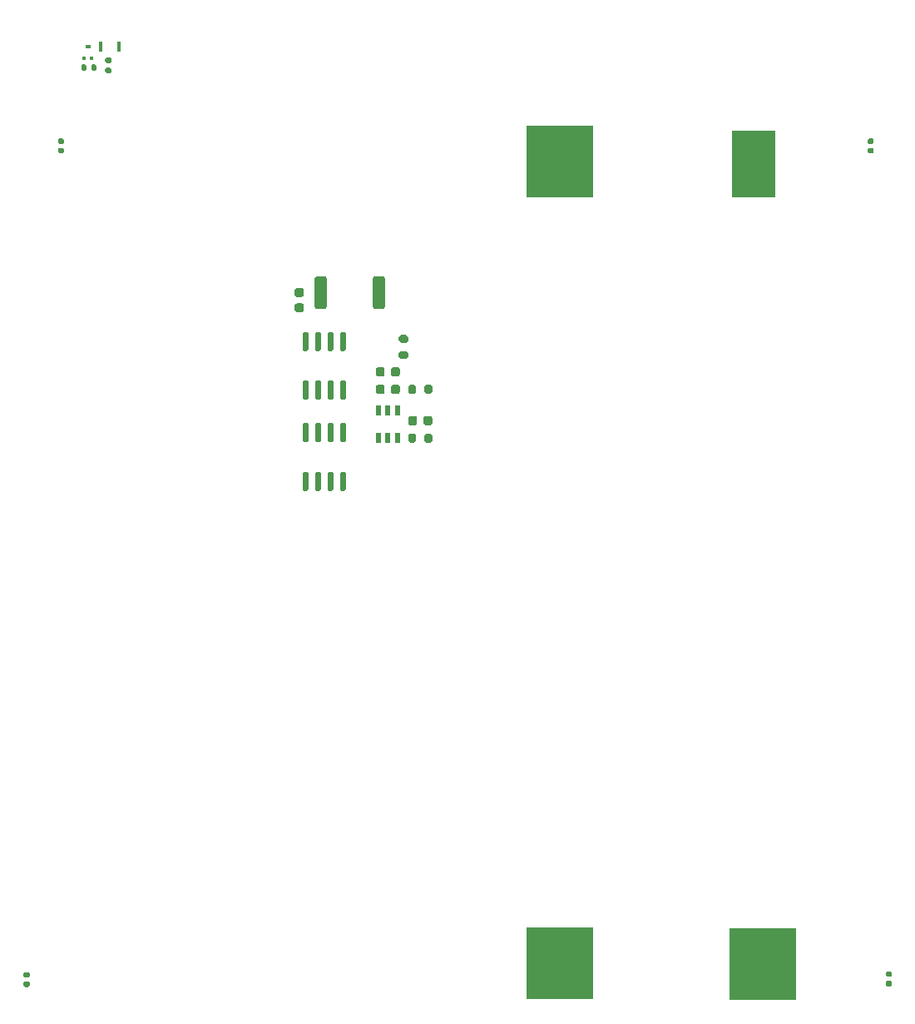
<source format=gtp>
%TF.GenerationSoftware,KiCad,Pcbnew,(5.1.10)-1*%
%TF.CreationDate,2021-11-16T14:43:47-05:00*%
%TF.ProjectId,batteryboard,62617474-6572-4796-926f-6172642e6b69,rev?*%
%TF.SameCoordinates,Original*%
%TF.FileFunction,Paste,Top*%
%TF.FilePolarity,Positive*%
%FSLAX46Y46*%
G04 Gerber Fmt 4.6, Leading zero omitted, Abs format (unit mm)*
G04 Created by KiCad (PCBNEW (5.1.10)-1) date 2021-11-16 14:43:47*
%MOMM*%
%LPD*%
G01*
G04 APERTURE LIST*
%ADD10R,6.800000X7.300000*%
%ADD11R,4.500000X6.800000*%
%ADD12R,0.500000X0.450000*%
%ADD13R,0.400000X0.450000*%
%ADD14R,0.370000X1.000000*%
%ADD15R,0.600000X1.000000*%
G04 APERTURE END LIST*
D10*
X108623100Y-136799700D03*
X108623100Y-55249700D03*
X129273300Y-136825100D03*
D11*
X128348300Y-55525100D03*
G36*
G01*
X60920600Y-45879600D02*
X60920600Y-45509600D01*
G75*
G02*
X61055600Y-45374600I135000J0D01*
G01*
X61325600Y-45374600D01*
G75*
G02*
X61460600Y-45509600I0J-135000D01*
G01*
X61460600Y-45879600D01*
G75*
G02*
X61325600Y-46014600I-135000J0D01*
G01*
X61055600Y-46014600D01*
G75*
G02*
X60920600Y-45879600I0J135000D01*
G01*
G37*
G36*
G01*
X59900600Y-45879600D02*
X59900600Y-45509600D01*
G75*
G02*
X60035600Y-45374600I135000J0D01*
G01*
X60305600Y-45374600D01*
G75*
G02*
X60440600Y-45509600I0J-135000D01*
G01*
X60440600Y-45879600D01*
G75*
G02*
X60305600Y-46014600I-135000J0D01*
G01*
X60035600Y-46014600D01*
G75*
G02*
X59900600Y-45879600I0J135000D01*
G01*
G37*
G36*
G01*
X62846800Y-45226000D02*
X62476800Y-45226000D01*
G75*
G02*
X62341800Y-45091000I0J135000D01*
G01*
X62341800Y-44821000D01*
G75*
G02*
X62476800Y-44686000I135000J0D01*
G01*
X62846800Y-44686000D01*
G75*
G02*
X62981800Y-44821000I0J-135000D01*
G01*
X62981800Y-45091000D01*
G75*
G02*
X62846800Y-45226000I-135000J0D01*
G01*
G37*
G36*
G01*
X62846800Y-46246000D02*
X62476800Y-46246000D01*
G75*
G02*
X62341800Y-46111000I0J135000D01*
G01*
X62341800Y-45841000D01*
G75*
G02*
X62476800Y-45706000I135000J0D01*
G01*
X62846800Y-45706000D01*
G75*
G02*
X62981800Y-45841000I0J-135000D01*
G01*
X62981800Y-46111000D01*
G75*
G02*
X62846800Y-46246000I-135000J0D01*
G01*
G37*
D12*
X60579000Y-43595600D03*
D13*
X60979000Y-44745600D03*
X60179000Y-44745600D03*
D14*
X63722178Y-43591480D03*
X61862178Y-43591480D03*
G36*
G01*
X54186000Y-138630000D02*
X54526000Y-138630000D01*
G75*
G02*
X54666000Y-138770000I0J-140000D01*
G01*
X54666000Y-139050000D01*
G75*
G02*
X54526000Y-139190000I-140000J0D01*
G01*
X54186000Y-139190000D01*
G75*
G02*
X54046000Y-139050000I0J140000D01*
G01*
X54046000Y-138770000D01*
G75*
G02*
X54186000Y-138630000I140000J0D01*
G01*
G37*
G36*
G01*
X54186000Y-137670000D02*
X54526000Y-137670000D01*
G75*
G02*
X54666000Y-137810000I0J-140000D01*
G01*
X54666000Y-138090000D01*
G75*
G02*
X54526000Y-138230000I-140000J0D01*
G01*
X54186000Y-138230000D01*
G75*
G02*
X54046000Y-138090000I0J140000D01*
G01*
X54046000Y-137810000D01*
G75*
G02*
X54186000Y-137670000I140000J0D01*
G01*
G37*
G36*
G01*
X141943000Y-138566500D02*
X142283000Y-138566500D01*
G75*
G02*
X142423000Y-138706500I0J-140000D01*
G01*
X142423000Y-138986500D01*
G75*
G02*
X142283000Y-139126500I-140000J0D01*
G01*
X141943000Y-139126500D01*
G75*
G02*
X141803000Y-138986500I0J140000D01*
G01*
X141803000Y-138706500D01*
G75*
G02*
X141943000Y-138566500I140000J0D01*
G01*
G37*
G36*
G01*
X141943000Y-137606500D02*
X142283000Y-137606500D01*
G75*
G02*
X142423000Y-137746500I0J-140000D01*
G01*
X142423000Y-138026500D01*
G75*
G02*
X142283000Y-138166500I-140000J0D01*
G01*
X141943000Y-138166500D01*
G75*
G02*
X141803000Y-138026500I0J140000D01*
G01*
X141803000Y-137746500D01*
G75*
G02*
X141943000Y-137606500I140000J0D01*
G01*
G37*
G36*
G01*
X140441500Y-53457500D02*
X140101500Y-53457500D01*
G75*
G02*
X139961500Y-53317500I0J140000D01*
G01*
X139961500Y-53037500D01*
G75*
G02*
X140101500Y-52897500I140000J0D01*
G01*
X140441500Y-52897500D01*
G75*
G02*
X140581500Y-53037500I0J-140000D01*
G01*
X140581500Y-53317500D01*
G75*
G02*
X140441500Y-53457500I-140000J0D01*
G01*
G37*
G36*
G01*
X140441500Y-54417500D02*
X140101500Y-54417500D01*
G75*
G02*
X139961500Y-54277500I0J140000D01*
G01*
X139961500Y-53997500D01*
G75*
G02*
X140101500Y-53857500I140000J0D01*
G01*
X140441500Y-53857500D01*
G75*
G02*
X140581500Y-53997500I0J-140000D01*
G01*
X140581500Y-54277500D01*
G75*
G02*
X140441500Y-54417500I-140000J0D01*
G01*
G37*
G36*
G01*
X58018500Y-53457500D02*
X57678500Y-53457500D01*
G75*
G02*
X57538500Y-53317500I0J140000D01*
G01*
X57538500Y-53037500D01*
G75*
G02*
X57678500Y-52897500I140000J0D01*
G01*
X58018500Y-52897500D01*
G75*
G02*
X58158500Y-53037500I0J-140000D01*
G01*
X58158500Y-53317500D01*
G75*
G02*
X58018500Y-53457500I-140000J0D01*
G01*
G37*
G36*
G01*
X58018500Y-54417500D02*
X57678500Y-54417500D01*
G75*
G02*
X57538500Y-54277500I0J140000D01*
G01*
X57538500Y-53997500D01*
G75*
G02*
X57678500Y-53857500I140000J0D01*
G01*
X58018500Y-53857500D01*
G75*
G02*
X58158500Y-53997500I0J-140000D01*
G01*
X58158500Y-54277500D01*
G75*
G02*
X58018500Y-54417500I-140000J0D01*
G01*
G37*
G36*
G01*
X81855500Y-69667000D02*
X82355500Y-69667000D01*
G75*
G02*
X82580500Y-69892000I0J-225000D01*
G01*
X82580500Y-70342000D01*
G75*
G02*
X82355500Y-70567000I-225000J0D01*
G01*
X81855500Y-70567000D01*
G75*
G02*
X81630500Y-70342000I0J225000D01*
G01*
X81630500Y-69892000D01*
G75*
G02*
X81855500Y-69667000I225000J0D01*
G01*
G37*
G36*
G01*
X81855500Y-68117000D02*
X82355500Y-68117000D01*
G75*
G02*
X82580500Y-68342000I0J-225000D01*
G01*
X82580500Y-68792000D01*
G75*
G02*
X82355500Y-69017000I-225000J0D01*
G01*
X81855500Y-69017000D01*
G75*
G02*
X81630500Y-68792000I0J225000D01*
G01*
X81630500Y-68342000D01*
G75*
G02*
X81855500Y-68117000I225000J0D01*
G01*
G37*
G36*
G01*
X94849500Y-83650500D02*
X94849500Y-83100500D01*
G75*
G02*
X95049500Y-82900500I200000J0D01*
G01*
X95449500Y-82900500D01*
G75*
G02*
X95649500Y-83100500I0J-200000D01*
G01*
X95649500Y-83650500D01*
G75*
G02*
X95449500Y-83850500I-200000J0D01*
G01*
X95049500Y-83850500D01*
G75*
G02*
X94849500Y-83650500I0J200000D01*
G01*
G37*
G36*
G01*
X93199500Y-83650500D02*
X93199500Y-83100500D01*
G75*
G02*
X93399500Y-82900500I200000J0D01*
G01*
X93799500Y-82900500D01*
G75*
G02*
X93999500Y-83100500I0J-200000D01*
G01*
X93999500Y-83650500D01*
G75*
G02*
X93799500Y-83850500I-200000J0D01*
G01*
X93399500Y-83850500D01*
G75*
G02*
X93199500Y-83650500I0J200000D01*
G01*
G37*
G36*
G01*
X93999500Y-78147500D02*
X93999500Y-78697500D01*
G75*
G02*
X93799500Y-78897500I-200000J0D01*
G01*
X93399500Y-78897500D01*
G75*
G02*
X93199500Y-78697500I0J200000D01*
G01*
X93199500Y-78147500D01*
G75*
G02*
X93399500Y-77947500I200000J0D01*
G01*
X93799500Y-77947500D01*
G75*
G02*
X93999500Y-78147500I0J-200000D01*
G01*
G37*
G36*
G01*
X95649500Y-78147500D02*
X95649500Y-78697500D01*
G75*
G02*
X95449500Y-78897500I-200000J0D01*
G01*
X95049500Y-78897500D01*
G75*
G02*
X94849500Y-78697500I0J200000D01*
G01*
X94849500Y-78147500D01*
G75*
G02*
X95049500Y-77947500I200000J0D01*
G01*
X95449500Y-77947500D01*
G75*
G02*
X95649500Y-78147500I0J-200000D01*
G01*
G37*
G36*
G01*
X92435000Y-74529500D02*
X92985000Y-74529500D01*
G75*
G02*
X93185000Y-74729500I0J-200000D01*
G01*
X93185000Y-75129500D01*
G75*
G02*
X92985000Y-75329500I-200000J0D01*
G01*
X92435000Y-75329500D01*
G75*
G02*
X92235000Y-75129500I0J200000D01*
G01*
X92235000Y-74729500D01*
G75*
G02*
X92435000Y-74529500I200000J0D01*
G01*
G37*
G36*
G01*
X92435000Y-72879500D02*
X92985000Y-72879500D01*
G75*
G02*
X93185000Y-73079500I0J-200000D01*
G01*
X93185000Y-73479500D01*
G75*
G02*
X92985000Y-73679500I-200000J0D01*
G01*
X92435000Y-73679500D01*
G75*
G02*
X92235000Y-73479500I0J200000D01*
G01*
X92235000Y-73079500D01*
G75*
G02*
X92435000Y-72879500I200000J0D01*
G01*
G37*
G36*
G01*
X84899000Y-67154999D02*
X84899000Y-70005001D01*
G75*
G02*
X84649001Y-70255000I-249999J0D01*
G01*
X83923999Y-70255000D01*
G75*
G02*
X83674000Y-70005001I0J249999D01*
G01*
X83674000Y-67154999D01*
G75*
G02*
X83923999Y-66905000I249999J0D01*
G01*
X84649001Y-66905000D01*
G75*
G02*
X84899000Y-67154999I0J-249999D01*
G01*
G37*
G36*
G01*
X90824000Y-67154999D02*
X90824000Y-70005001D01*
G75*
G02*
X90574001Y-70255000I-249999J0D01*
G01*
X89848999Y-70255000D01*
G75*
G02*
X89599000Y-70005001I0J249999D01*
G01*
X89599000Y-67154999D01*
G75*
G02*
X89848999Y-66905000I249999J0D01*
G01*
X90574001Y-66905000D01*
G75*
G02*
X90824000Y-67154999I0J-249999D01*
G01*
G37*
G36*
G01*
X82890500Y-83780500D02*
X82590500Y-83780500D01*
G75*
G02*
X82440500Y-83630500I0J150000D01*
G01*
X82440500Y-81980500D01*
G75*
G02*
X82590500Y-81830500I150000J0D01*
G01*
X82890500Y-81830500D01*
G75*
G02*
X83040500Y-81980500I0J-150000D01*
G01*
X83040500Y-83630500D01*
G75*
G02*
X82890500Y-83780500I-150000J0D01*
G01*
G37*
G36*
G01*
X84160500Y-83780500D02*
X83860500Y-83780500D01*
G75*
G02*
X83710500Y-83630500I0J150000D01*
G01*
X83710500Y-81980500D01*
G75*
G02*
X83860500Y-81830500I150000J0D01*
G01*
X84160500Y-81830500D01*
G75*
G02*
X84310500Y-81980500I0J-150000D01*
G01*
X84310500Y-83630500D01*
G75*
G02*
X84160500Y-83780500I-150000J0D01*
G01*
G37*
G36*
G01*
X85430500Y-83780500D02*
X85130500Y-83780500D01*
G75*
G02*
X84980500Y-83630500I0J150000D01*
G01*
X84980500Y-81980500D01*
G75*
G02*
X85130500Y-81830500I150000J0D01*
G01*
X85430500Y-81830500D01*
G75*
G02*
X85580500Y-81980500I0J-150000D01*
G01*
X85580500Y-83630500D01*
G75*
G02*
X85430500Y-83780500I-150000J0D01*
G01*
G37*
G36*
G01*
X86700500Y-83780500D02*
X86400500Y-83780500D01*
G75*
G02*
X86250500Y-83630500I0J150000D01*
G01*
X86250500Y-81980500D01*
G75*
G02*
X86400500Y-81830500I150000J0D01*
G01*
X86700500Y-81830500D01*
G75*
G02*
X86850500Y-81980500I0J-150000D01*
G01*
X86850500Y-83630500D01*
G75*
G02*
X86700500Y-83780500I-150000J0D01*
G01*
G37*
G36*
G01*
X86700500Y-88730500D02*
X86400500Y-88730500D01*
G75*
G02*
X86250500Y-88580500I0J150000D01*
G01*
X86250500Y-86930500D01*
G75*
G02*
X86400500Y-86780500I150000J0D01*
G01*
X86700500Y-86780500D01*
G75*
G02*
X86850500Y-86930500I0J-150000D01*
G01*
X86850500Y-88580500D01*
G75*
G02*
X86700500Y-88730500I-150000J0D01*
G01*
G37*
G36*
G01*
X85430500Y-88730500D02*
X85130500Y-88730500D01*
G75*
G02*
X84980500Y-88580500I0J150000D01*
G01*
X84980500Y-86930500D01*
G75*
G02*
X85130500Y-86780500I150000J0D01*
G01*
X85430500Y-86780500D01*
G75*
G02*
X85580500Y-86930500I0J-150000D01*
G01*
X85580500Y-88580500D01*
G75*
G02*
X85430500Y-88730500I-150000J0D01*
G01*
G37*
G36*
G01*
X84160500Y-88730500D02*
X83860500Y-88730500D01*
G75*
G02*
X83710500Y-88580500I0J150000D01*
G01*
X83710500Y-86930500D01*
G75*
G02*
X83860500Y-86780500I150000J0D01*
G01*
X84160500Y-86780500D01*
G75*
G02*
X84310500Y-86930500I0J-150000D01*
G01*
X84310500Y-88580500D01*
G75*
G02*
X84160500Y-88730500I-150000J0D01*
G01*
G37*
G36*
G01*
X82890500Y-88730500D02*
X82590500Y-88730500D01*
G75*
G02*
X82440500Y-88580500I0J150000D01*
G01*
X82440500Y-86930500D01*
G75*
G02*
X82590500Y-86780500I150000J0D01*
G01*
X82890500Y-86780500D01*
G75*
G02*
X83040500Y-86930500I0J-150000D01*
G01*
X83040500Y-88580500D01*
G75*
G02*
X82890500Y-88730500I-150000J0D01*
G01*
G37*
G36*
G01*
X86400500Y-77509500D02*
X86700500Y-77509500D01*
G75*
G02*
X86850500Y-77659500I0J-150000D01*
G01*
X86850500Y-79309500D01*
G75*
G02*
X86700500Y-79459500I-150000J0D01*
G01*
X86400500Y-79459500D01*
G75*
G02*
X86250500Y-79309500I0J150000D01*
G01*
X86250500Y-77659500D01*
G75*
G02*
X86400500Y-77509500I150000J0D01*
G01*
G37*
G36*
G01*
X85130500Y-77509500D02*
X85430500Y-77509500D01*
G75*
G02*
X85580500Y-77659500I0J-150000D01*
G01*
X85580500Y-79309500D01*
G75*
G02*
X85430500Y-79459500I-150000J0D01*
G01*
X85130500Y-79459500D01*
G75*
G02*
X84980500Y-79309500I0J150000D01*
G01*
X84980500Y-77659500D01*
G75*
G02*
X85130500Y-77509500I150000J0D01*
G01*
G37*
G36*
G01*
X83860500Y-77509500D02*
X84160500Y-77509500D01*
G75*
G02*
X84310500Y-77659500I0J-150000D01*
G01*
X84310500Y-79309500D01*
G75*
G02*
X84160500Y-79459500I-150000J0D01*
G01*
X83860500Y-79459500D01*
G75*
G02*
X83710500Y-79309500I0J150000D01*
G01*
X83710500Y-77659500D01*
G75*
G02*
X83860500Y-77509500I150000J0D01*
G01*
G37*
G36*
G01*
X82590500Y-77509500D02*
X82890500Y-77509500D01*
G75*
G02*
X83040500Y-77659500I0J-150000D01*
G01*
X83040500Y-79309500D01*
G75*
G02*
X82890500Y-79459500I-150000J0D01*
G01*
X82590500Y-79459500D01*
G75*
G02*
X82440500Y-79309500I0J150000D01*
G01*
X82440500Y-77659500D01*
G75*
G02*
X82590500Y-77509500I150000J0D01*
G01*
G37*
G36*
G01*
X82590500Y-72559500D02*
X82890500Y-72559500D01*
G75*
G02*
X83040500Y-72709500I0J-150000D01*
G01*
X83040500Y-74359500D01*
G75*
G02*
X82890500Y-74509500I-150000J0D01*
G01*
X82590500Y-74509500D01*
G75*
G02*
X82440500Y-74359500I0J150000D01*
G01*
X82440500Y-72709500D01*
G75*
G02*
X82590500Y-72559500I150000J0D01*
G01*
G37*
G36*
G01*
X83860500Y-72559500D02*
X84160500Y-72559500D01*
G75*
G02*
X84310500Y-72709500I0J-150000D01*
G01*
X84310500Y-74359500D01*
G75*
G02*
X84160500Y-74509500I-150000J0D01*
G01*
X83860500Y-74509500D01*
G75*
G02*
X83710500Y-74359500I0J150000D01*
G01*
X83710500Y-72709500D01*
G75*
G02*
X83860500Y-72559500I150000J0D01*
G01*
G37*
G36*
G01*
X85130500Y-72559500D02*
X85430500Y-72559500D01*
G75*
G02*
X85580500Y-72709500I0J-150000D01*
G01*
X85580500Y-74359500D01*
G75*
G02*
X85430500Y-74509500I-150000J0D01*
G01*
X85130500Y-74509500D01*
G75*
G02*
X84980500Y-74359500I0J150000D01*
G01*
X84980500Y-72709500D01*
G75*
G02*
X85130500Y-72559500I150000J0D01*
G01*
G37*
G36*
G01*
X86400500Y-72559500D02*
X86700500Y-72559500D01*
G75*
G02*
X86850500Y-72709500I0J-150000D01*
G01*
X86850500Y-74359500D01*
G75*
G02*
X86700500Y-74509500I-150000J0D01*
G01*
X86400500Y-74509500D01*
G75*
G02*
X86250500Y-74359500I0J150000D01*
G01*
X86250500Y-72709500D01*
G75*
G02*
X86400500Y-72559500I150000J0D01*
G01*
G37*
G36*
G01*
X94749500Y-81847500D02*
X94749500Y-81347500D01*
G75*
G02*
X94974500Y-81122500I225000J0D01*
G01*
X95424500Y-81122500D01*
G75*
G02*
X95649500Y-81347500I0J-225000D01*
G01*
X95649500Y-81847500D01*
G75*
G02*
X95424500Y-82072500I-225000J0D01*
G01*
X94974500Y-82072500D01*
G75*
G02*
X94749500Y-81847500I0J225000D01*
G01*
G37*
G36*
G01*
X93199500Y-81847500D02*
X93199500Y-81347500D01*
G75*
G02*
X93424500Y-81122500I225000J0D01*
G01*
X93874500Y-81122500D01*
G75*
G02*
X94099500Y-81347500I0J-225000D01*
G01*
X94099500Y-81847500D01*
G75*
G02*
X93874500Y-82072500I-225000J0D01*
G01*
X93424500Y-82072500D01*
G75*
G02*
X93199500Y-81847500I0J225000D01*
G01*
G37*
G36*
G01*
X91447500Y-78672500D02*
X91447500Y-78172500D01*
G75*
G02*
X91672500Y-77947500I225000J0D01*
G01*
X92122500Y-77947500D01*
G75*
G02*
X92347500Y-78172500I0J-225000D01*
G01*
X92347500Y-78672500D01*
G75*
G02*
X92122500Y-78897500I-225000J0D01*
G01*
X91672500Y-78897500D01*
G75*
G02*
X91447500Y-78672500I0J225000D01*
G01*
G37*
G36*
G01*
X89897500Y-78672500D02*
X89897500Y-78172500D01*
G75*
G02*
X90122500Y-77947500I225000J0D01*
G01*
X90572500Y-77947500D01*
G75*
G02*
X90797500Y-78172500I0J-225000D01*
G01*
X90797500Y-78672500D01*
G75*
G02*
X90572500Y-78897500I-225000J0D01*
G01*
X90122500Y-78897500D01*
G75*
G02*
X89897500Y-78672500I0J225000D01*
G01*
G37*
G36*
G01*
X91447500Y-76894500D02*
X91447500Y-76394500D01*
G75*
G02*
X91672500Y-76169500I225000J0D01*
G01*
X92122500Y-76169500D01*
G75*
G02*
X92347500Y-76394500I0J-225000D01*
G01*
X92347500Y-76894500D01*
G75*
G02*
X92122500Y-77119500I-225000J0D01*
G01*
X91672500Y-77119500D01*
G75*
G02*
X91447500Y-76894500I0J225000D01*
G01*
G37*
G36*
G01*
X89897500Y-76894500D02*
X89897500Y-76394500D01*
G75*
G02*
X90122500Y-76169500I225000J0D01*
G01*
X90572500Y-76169500D01*
G75*
G02*
X90797500Y-76394500I0J-225000D01*
G01*
X90797500Y-76894500D01*
G75*
G02*
X90572500Y-77119500I-225000J0D01*
G01*
X90122500Y-77119500D01*
G75*
G02*
X89897500Y-76894500I0J225000D01*
G01*
G37*
D15*
X90172500Y-80578500D03*
X91122500Y-80578500D03*
X92072500Y-80578500D03*
X92072500Y-83378500D03*
X91122500Y-83378500D03*
X90172500Y-83378500D03*
M02*

</source>
